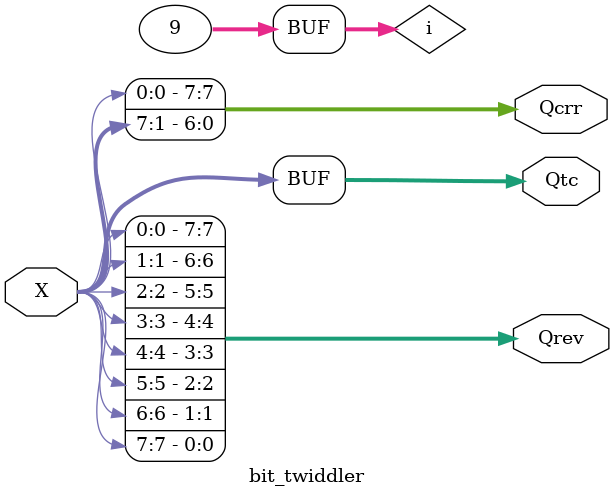
<source format=v>
module bit_twiddler
(input signed [7:0] X,
output reg [7:0] Qrev,
output reg [7:0] Qtc,
output reg [7:0] Qcrr);

parameter W=8;
integer i;
integer Qint;
	
	 //reverse bits
	always @(X) begin
		 for (i=0; i <= W; i=i+1)
			Qrev[i]=X[(W-1)-i];
	end
	
	//two's complement
	always @(X) begin
		Qtc=$signed(X);	
	end
	
	//circle rotate
	always @(X) begin
		Qcrr={X[0], X[7:1]};
	end

endmodule
</source>
